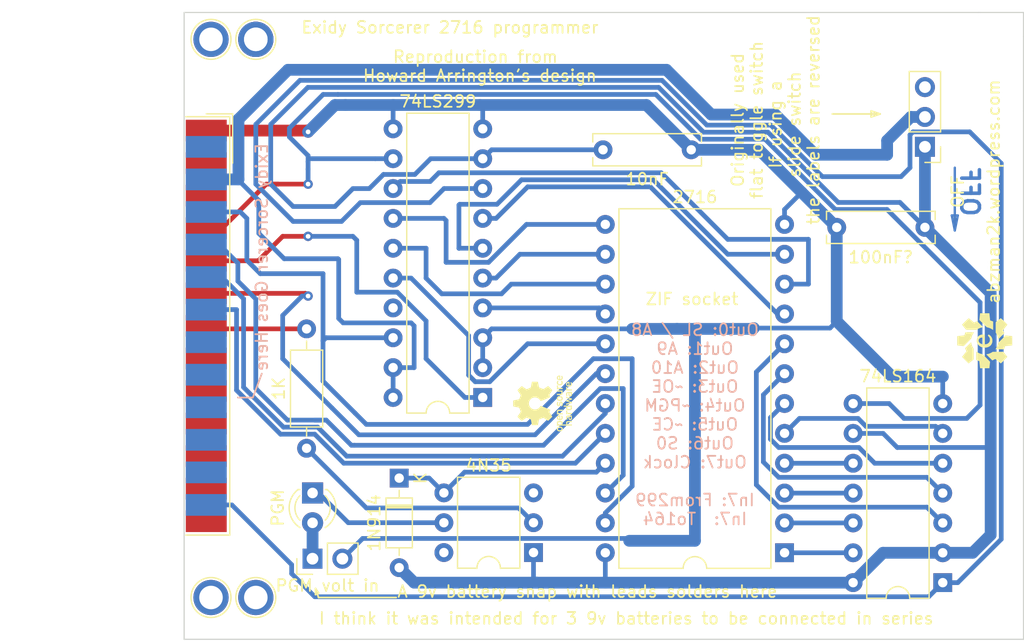
<source format=kicad_pcb>
(kicad_pcb (version 20221018) (generator pcbnew)
  (layers (0 "F.Cu" signal) (31 "B.Cu" signal) (34 "B.Paste" user) (35 "F.Paste" user) (36 "B.SilkS" user "B.Silkscreen") (37 "F.SilkS" user "F.Silkscreen") (38 "B.Mask" user) (39 "F.Mask" user) (44 "Edge.Cuts" user))
  (net 0 "")
  (net 1 "/switched power")
  (net 2 "GND")
  (net 3 "Net-(D1-Pad1)")
  (net 4 "+9V")
  (net 5 "/Vpp")
  (net 8 "/Out7")
  (net 9 "/Out6")
  (net 10 "/Out5")
  (net 11 "/Out4")
  (net 19 "VCC")
  (net 20 "/Out0")
  (net 21 "/Out1")
  (net 22 "/Out2")
  (net 23 "/Out3")
  (net 29 "/In7")
  (net 30 "Net-(R1-Pad2)")
  (net 31 "Net-(U1-Pad3)")
  (net 32 "Net-(U1-Pad10)")
  (net 33 "Net-(U1-Pad4)")
  (net 34 "Net-(U1-Pad11)")
  (net 35 "Net-(U1-Pad5)")
  (net 36 "Net-(U1-Pad12)")
  (net 37 "Net-(U1-Pad6)")
  (net 38 "Net-(U1-Pad13)")
  (net 39 "/D3")
  (net 40 "/D4")
  (net 41 "/D5")
  (net 42 "/D6")
  (net 43 "/D7")
  (net 44 "/D0")
  (net 45 "/D1")
  (net 46 "/D2")
  (footprint "Capacitor_THT:C_Rect_L9.0mm_W2.5mm_P7.50mm_MKT" (layer "F.Cu") (at 148.336 90.678 180)
    (fp_text reference "C1" hide)
    (fp_text value "100nF?" (at 3.75 -2.54) (layer "F.SilkS"))
    (pad "1" thru_hole circle (at 0 0 180) (size 1.6 1.6) (drill 0.8) (layers "*.Cu" "*.Mask") (net 1 "/switched power"))
    (pad "2" thru_hole circle (at 7.5 0 180) (size 1.6 1.6) (drill 0.8) (layers "*.Cu" "*.Mask") (net 2 "GND"))
  )
  (footprint "TestPoint:TestPoint_Plated_Hole_D2.0mm" (layer "F.Cu") (at 91.44 122.174)
    (fp_text reference "REF**" hide)
    (fp_text value "TestPoint_Plated_Hole_D2.0mm")
    (pad "1" thru_hole circle (at 0 0) (size 3 3) (drill 2) (layers "*.Cu" "*.Mask"))
  )
  (footprint "Package_DIP:DIP-20_W7.62mm" (layer "F.Cu") (at 110.734 105.151 180)
    (fp_text reference "U3" hide)
    (fp_text value "74LS299" (at 3.81 25.19) (layer "F.SilkS"))
    (pad "1" thru_hole rect (at 0 0 180) (size 1.6 1.6) (drill 0.8) (layers "*.Cu" "*.Mask") (net 9 "/Out6"))
    (pad "2" thru_hole oval (at 0 2.54 180) (size 1.6 1.6) (drill 0.8) (layers "*.Cu" "*.Mask") (net 2 "GND"))
    (pad "3" thru_hole oval (at 0 5.08 180) (size 1.6 1.6) (drill 0.8) (layers "*.Cu" "*.Mask") (net 2 "GND"))
    (pad "4" thru_hole oval (at 0 7.62 180) (size 1.6 1.6) (drill 0.8) (layers "*.Cu" "*.Mask") (net 42 "/D6"))
    (pad "5" thru_hole oval (at 0 10.16 180) (size 1.6 1.6) (drill 0.8) (layers "*.Cu" "*.Mask") (net 40 "/D4"))
    (pad "6" thru_hole oval (at 0 12.7 180) (size 1.6 1.6) (drill 0.8) (layers "*.Cu" "*.Mask") (net 46 "/D2"))
    (pad "7" thru_hole oval (at 0 15.24 180) (size 1.6 1.6) (drill 0.8) (layers "*.Cu" "*.Mask") (net 44 "/D0"))
    (pad "8" thru_hole oval (at 0 17.78 180) (size 1.6 1.6) (drill 0.8) (layers "*.Cu" "*.Mask") (net 29 "/In7"))
    (pad "9" thru_hole oval (at 0 20.32 180) (size 1.6 1.6) (drill 0.8) (layers "*.Cu" "*.Mask") (net 1 "/switched power"))
    (pad "10" thru_hole oval (at 0 22.86 180) (size 1.6 1.6) (drill 0.8) (layers "*.Cu" "*.Mask") (net 2 "GND"))
    (pad "11" thru_hole oval (at 7.62 22.86 180) (size 1.6 1.6) (drill 0.8) (layers "*.Cu" "*.Mask") (net 2 "GND"))
    (pad "12" thru_hole oval (at 7.62 20.32 180) (size 1.6 1.6) (drill 0.8) (layers "*.Cu" "*.Mask") (net 8 "/Out7"))
    (pad "13" thru_hole oval (at 7.62 17.78 180) (size 1.6 1.6) (drill 0.8) (layers "*.Cu" "*.Mask") (net 45 "/D1"))
    (pad "14" thru_hole oval (at 7.62 15.24 180) (size 1.6 1.6) (drill 0.8) (layers "*.Cu" "*.Mask") (net 39 "/D3"))
    (pad "15" thru_hole oval (at 7.62 12.7 180) (size 1.6 1.6) (drill 0.8) (layers "*.Cu" "*.Mask") (net 41 "/D5"))
    (pad "16" thru_hole oval (at 7.62 10.16 180) (size 1.6 1.6) (drill 0.8) (layers "*.Cu" "*.Mask") (net 43 "/D7"))
    (pad "17" thru_hole oval (at 7.62 7.62 180) (size 1.6 1.6) (drill 0.8) (layers "*.Cu" "*.Mask"))
    (pad "18" thru_hole oval (at 7.62 5.08 180) (size 1.6 1.6) (drill 0.8) (layers "*.Cu" "*.Mask") (net 20 "/Out0"))
    (pad "19" thru_hole oval (at 7.62 2.54 180) (size 1.6 1.6) (drill 0.8) (layers "*.Cu" "*.Mask") (net 19 "VCC"))
    (pad "20" thru_hole oval (at 7.62 0 180) (size 1.6 1.6) (drill 0.8) (layers "*.Cu" "*.Mask") (net 19 "VCC"))
  )
  (footprint "Package_DIP:DIP-6_W7.62mm" (layer "F.Cu") (at 115.052 118.349 180)
    (fp_text reference "U4" hide)
    (fp_text value "4N35" (at 3.81 7.41) (layer "F.SilkS"))
    (pad "1" thru_hole rect (at 0 0 180) (size 1.6 1.6) (drill 0.8) (layers "*.Cu" "*.Mask") (net 1 "/switched power"))
    (pad "2" thru_hole oval (at 0 2.54 180) (size 1.6 1.6) (drill 0.8) (layers "*.Cu" "*.Mask") (net 30 "Net-(R1-Pad2)"))
    (pad "3" thru_hole oval (at 0 5.08 180) (size 1.6 1.6) (drill 0.8) (layers "*.Cu" "*.Mask"))
    (pad "4" thru_hole oval (at 7.62 5.08 180) (size 1.6 1.6) (drill 0.8) (layers "*.Cu" "*.Mask") (net 5 "/Vpp"))
    (pad "5" thru_hole oval (at 7.62 2.54 180) (size 1.6 1.6) (drill 0.8) (layers "*.Cu" "*.Mask") (net 3 "Net-(D1-Pad1)"))
    (pad "6" thru_hole oval (at 7.62 0 180) (size 1.6 1.6) (drill 0.8) (layers "*.Cu" "*.Mask"))
  )
  (footprint "Resistor_THT:R_Axial_DIN0207_L6.3mm_D2.5mm_P10.16mm_Horizontal" (layer "F.Cu") (at 95.758 99.314 -90)
    (fp_text reference "R1" hide)
    (fp_text value "1K" (at 5.08 2.37 90) (layer "F.SilkS"))
    (pad "1" thru_hole circle (at 0 0 270) (size 1.6 1.6) (drill 0.8) (layers "*.Cu" "*.Mask") (net 11 "/Out4"))
    (pad "2" thru_hole oval (at 10.16 0 270) (size 1.6 1.6) (drill 0.8) (layers "*.Cu" "*.Mask") (net 30 "Net-(R1-Pad2)"))
  )
  (footprint "TestPoint:TestPoint_Plated_Hole_D2.0mm" (layer "F.Cu") (at 87.63 122.174)
    (fp_text reference "REF**" hide)
    (fp_text value "TestPoint_Plated_Hole_D2.0mm")
    (pad "1" thru_hole circle (at 0 0) (size 3 3) (drill 2) (layers "*.Cu" "*.Mask"))
  )
  (footprint "Connector_PinHeader_2.54mm:PinHeader_1x02_P2.54mm_Vertical" (layer "F.Cu") (at 96.261 118.872 90)
    (fp_text reference "J1" hide)
    (fp_text value "PGM volt in" (at -2.286 1.275 180) (layer "F.SilkS"))
    (pad "1" thru_hole rect (at 0 0 90) (size 1.7 1.7) (drill 1) (layers "*.Cu" "*.Mask") (net 4 "+9V"))
    (pad "2" thru_hole oval (at 0 2.54 90) (size 1.7 1.7) (drill 1) (layers "*.Cu" "*.Mask") (net 2 "GND"))
  )
  (footprint "" (layer "F.Cu") (at 91.44 74.676)
    (fp_text reference "" (at 0 0) (layer "F.SilkS") (effects (font (size 1.27 1.27))))
    (fp_text value "" (at 0 0) (layer "F.SilkS") (effects (font (size 1.27 1.27))))
    (pad "1" thru_hole circle (at 0 0) (size 3 3) (drill 2) (layers "*.Cu" "*.Mask"))
  )
  (footprint "Connector_Dsub:DSUB-25_Male_EdgeMount_P2.77mm" (layer "F.Cu") (at 87.2265 99.06 -90)
    (fp_text reference "J2" hide)
    (fp_text value "DB25_Male")
    (pad "1" smd rect (at -16.62 0 270) (size 1.846667 3.48) (layers "F.Cu" "F.Paste" "F.Mask") (net 2 "GND"))
    (pad "2" smd rect (at -13.85 0 270) (size 1.846667 3.48) (layers "F.Cu" "F.Paste" "F.Mask"))
    (pad "3" smd rect (at -11.08 0 270) (size 1.846667 3.48) (layers "F.Cu" "F.Paste" "F.Mask"))
    (pad "4" smd rect (at -8.31 0 270) (size 1.846667 3.48) (layers "F.Cu" "F.Paste" "F.Mask") (net 8 "/Out7"))
    (pad "5" smd rect (at -5.54 0 270) (size 1.846667 3.48) (layers "F.Cu" "F.Paste" "F.Mask") (net 9 "/Out6"))
    (pad "6" smd rect (at -2.77 0 270) (size 1.846667 3.48) (layers "F.Cu" "F.Paste" "F.Mask") (net 10 "/Out5"))
    (pad "7" smd rect (at 0 0 270) (size 1.846667 3.48) (layers "F.Cu" "F.Paste" "F.Mask") (net 11 "/Out4"))
    (pad "8" smd rect (at 2.77 0 270) (size 1.846667 3.48) (layers "F.Cu" "F.Paste" "F.Mask"))
    (pad "9" smd rect (at 5.54 0 270) (size 1.846667 3.48) (layers "F.Cu" "F.Paste" "F.Mask"))
    (pad "10" smd rect (at 8.31 0 270) (size 1.846667 3.48) (layers "F.Cu" "F.Paste" "F.Mask"))
    (pad "11" smd rect (at 11.08 0 270) (size 1.846667 3.48) (layers "F.Cu" "F.Paste" "F.Mask"))
    (pad "12" smd rect (at 13.85 0 270) (size 1.846667 3.48) (layers "F.Cu" "F.Paste" "F.Mask"))
    (pad "13" smd rect (at 16.62 0 270) (size 1.846667 3.48) (layers "F.Cu" "F.Paste" "F.Mask"))
    (pad "14" smd rect (at -15.235 0 270) (size 1.846667 3.48) (layers "B.Cu" "B.Paste" "B.Mask"))
    (pad "15" smd rect (at -12.465 0 270) (size 1.846667 3.48) (layers "B.Cu" "B.Paste" "B.Mask") (net 19 "VCC"))
    (pad "16" smd rect (at -9.695 0 270) (size 1.846667 3.48) (layers "B.Cu" "B.Paste" "B.Mask") (net 20 "/Out0"))
    (pad "17" smd rect (at -6.925 0 270) (size 1.846667 3.48) (layers "B.Cu" "B.Paste" "B.Mask") (net 21 "/Out1"))
    (pad "18" smd rect (at -4.155 0 270) (size 1.846667 3.48) (layers "B.Cu" "B.Paste" "B.Mask") (net 22 "/Out2"))
    (pad "19" smd rect (at -1.385 0 270) (size 1.846667 3.48) (layers "B.Cu" "B.Paste" "B.Mask") (net 23 "/Out3"))
    (pad "20" smd rect (at 1.385 0 270) (size 1.846667 3.48) (layers "B.Cu" "B.Paste" "B.Mask"))
    (pad "21" smd rect (at 4.155 0 270) (size 1.846667 3.48) (layers "B.Cu" "B.Paste" "B.Mask"))
    (pad "22" smd rect (at 6.925 0 270) (size 1.846667 3.48) (layers "B.Cu" "B.Paste" "B.Mask"))
    (pad "23" smd rect (at 9.695 0 270) (size 1.846667 3.48) (layers "B.Cu" "B.Paste" "B.Mask"))
    (pad "24" smd rect (at 12.465 0 270) (size 1.846667 3.48) (layers "B.Cu" "B.Paste" "B.Mask"))
    (pad "25" smd rect (at 15.235 0 270) (size 1.846667 3.48) (layers "B.Cu" "B.Paste" "B.Mask") (net 29 "/In7"))
  )
  (footprint "Package_DIP:DIP-14_W7.62mm" (layer "F.Cu") (at 149.85 120.909 180)
    (fp_text reference "U1" hide)
    (fp_text value "74LS164" (at 3.81 17.57) (layer "F.SilkS"))
    (pad "1" thru_hole rect (at 0 0 180) (size 1.6 1.6) (drill 0.8) (layers "*.Cu" "*.Mask") (net 29 "/In7"))
    (pad "2" thru_hole oval (at 0 2.54 180) (size 1.6 1.6) (drill 0.8) (layers "*.Cu" "*.Mask") (net 1 "/switched power"))
    (pad "3" thru_hole oval (at 0 5.08 180) (size 1.6 1.6) (drill 0.8) (layers "*.Cu" "*.Mask") (net 31 "Net-(U1-Pad3)"))
    (pad "4" thru_hole oval (at 0 7.62 180) (size 1.6 1.6) (drill 0.8) (layers "*.Cu" "*.Mask") (net 33 "Net-(U1-Pad4)"))
    (pad "5" thru_hole oval (at 0 10.16 180) (size 1.6 1.6) (drill 0.8) (layers "*.Cu" "*.Mask") (net 35 "Net-(U1-Pad5)"))
    (pad "6" thru_hole oval (at 0 12.7 180) (size 1.6 1.6) (drill 0.8) (layers "*.Cu" "*.Mask") (net 37 "Net-(U1-Pad6)"))
    (pad "7" thru_hole oval (at 0 15.24 180) (size 1.6 1.6) (drill 0.8) (layers "*.Cu" "*.Mask") (net 2 "GND"))
    (pad "8" thru_hole oval (at 7.62 15.24 180) (size 1.6 1.6) (drill 0.8) (layers "*.Cu" "*.Mask") (net 8 "/Out7"))
    (pad "9" thru_hole oval (at 7.62 12.7 180) (size 1.6 1.6) (drill 0.8) (layers "*.Cu" "*.Mask") (net 1 "/switched power"))
    (pad "10" thru_hole oval (at 7.62 10.16 180) (size 1.6 1.6) (drill 0.8) (layers "*.Cu" "*.Mask") (net 32 "Net-(U1-Pad10)"))
    (pad "11" thru_hole oval (at 7.62 7.62 180) (size 1.6 1.6) (drill 0.8) (layers "*.Cu" "*.Mask") (net 34 "Net-(U1-Pad11)"))
    (pad "12" thru_hole oval (at 7.62 5.08 180) (size 1.6 1.6) (drill 0.8) (layers "*.Cu" "*.Mask") (net 36 "Net-(U1-Pad12)"))
    (pad "13" thru_hole oval (at 7.62 2.54 180) (size 1.6 1.6) (drill 0.8) (layers "*.Cu" "*.Mask") (net 38 "Net-(U1-Pad13)"))
    (pad "14" thru_hole oval (at 7.62 0 180) (size 1.6 1.6) (drill 0.8) (layers "*.Cu" "*.Mask") (net 1 "/switched power"))
  )
  (footprint "Package_DIP:DIP-24_W15.24mm" (layer "F.Cu") (at 136.398 118.364 180)
    (fp_text reference "U2" hide)
    (fp_text value "2716" (at 7.62 30.27) (layer "F.SilkS"))
    (pad "1" thru_hole rect (at 0 0 180) (size 1.6 1.6) (drill 0.8) (layers "*.Cu" "*.Mask") (net 38 "Net-(U1-Pad13)"))
    (pad "2" thru_hole oval (at 0 2.54 180) (size 1.6 1.6) (drill 0.8) (layers "*.Cu" "*.Mask") (net 36 "Net-(U1-Pad12)"))
    (pad "3" thru_hole oval (at 0 5.08 180) (size 1.6 1.6) (drill 0.8) (layers "*.Cu" "*.Mask") (net 34 "Net-(U1-Pad11)"))
    (pad "4" thru_hole oval (at 0 7.62 180) (size 1.6 1.6) (drill 0.8) (layers "*.Cu" "*.Mask") (net 32 "Net-(U1-Pad10)"))
    (pad "5" thru_hole oval (at 0 10.16 180) (size 1.6 1.6) (drill 0.8) (layers "*.Cu" "*.Mask") (net 37 "Net-(U1-Pad6)"))
    (pad "6" thru_hole oval (at 0 12.7 180) (size 1.6 1.6) (drill 0.8) (layers "*.Cu" "*.Mask") (net 35 "Net-(U1-Pad5)"))
    (pad "7" thru_hole oval (at 0 15.24 180) (size 1.6 1.6) (drill 0.8) (layers "*.Cu" "*.Mask") (net 33 "Net-(U1-Pad4)"))
    (pad "8" thru_hole oval (at 0 17.78 180) (size 1.6 1.6) (drill 0.8) (layers "*.Cu" "*.Mask") (net 31 "Net-(U1-Pad3)"))
    (pad "9" thru_hole oval (at 0 20.32 180) (size 1.6 1.6) (drill 0.8) (layers "*.Cu" "*.Mask") (net 44 "/D0"))
    (pad "10" thru_hole oval (at 0 22.86 180) (size 1.6 1.6) (drill 0.8) (layers "*.Cu" "*.Mask") (net 45 "/D1"))
    (pad "11" thru_hole oval (at 0 25.4 180) (size 1.6 1.6) (drill 0.8) (layers "*.Cu" "*.Mask") (net 46 "/D2"))
    (pad "12" thru_hole oval (at 0 27.94 180) (size 1.6 1.6) (drill 0.8) (layers "*.Cu" "*.Mask") (net 2 "GND"))
    (pad "13" thru_hole oval (at 15.24 27.94 180) (size 1.6 1.6) (drill 0.8) (layers "*.Cu" "*.Mask") (net 39 "/D3"))
    (pad "14" thru_hole oval (at 15.24 25.4 180) (size 1.6 1.6) (drill 0.8) (layers "*.Cu" "*.Mask") (net 40 "/D4"))
    (pad "15" thru_hole oval (at 15.24 22.86 180) (size 1.6 1.6) (drill 0.8) (layers "*.Cu" "*.Mask") (net 41 "/D5"))
    (pad "16" thru_hole oval (at 15.24 20.32 180) (size 1.6 1.6) (drill 0.8) (layers "*.Cu" "*.Mask") (net 42 "/D6"))
    (pad "17" thru_hole oval (at 15.24 17.78 180) (size 1.6 1.6) (drill 0.8) (layers "*.Cu" "*.Mask") (net 43 "/D7"))
    (pad "18" thru_hole oval (at 15.24 15.24 180) (size 1.6 1.6) (drill 0.8) (layers "*.Cu" "*.Mask") (net 10 "/Out5"))
    (pad "19" thru_hole oval (at 15.24 12.7 180) (size 1.6 1.6) (drill 0.8) (layers "*.Cu" "*.Mask") (net 22 "/Out2"))
    (pad "20" thru_hole oval (at 15.24 10.16 180) (size 1.6 1.6) (drill 0.8) (layers "*.Cu" "*.Mask") (net 23 "/Out3"))
    (pad "21" thru_hole oval (at 15.24 7.62 180) (size 1.6 1.6) (drill 0.8) (layers "*.Cu" "*.Mask") (net 5 "/Vpp"))
    (pad "22" thru_hole oval (at 15.24 5.08 180) (size 1.6 1.6) (drill 0.8) (layers "*.Cu" "*.Mask") (net 21 "/Out1"))
    (pad "23" thru_hole oval (at 15.24 2.54 180) (size 1.6 1.6) (drill 0.8) (layers "*.Cu" "*.Mask") (net 20 "/Out0"))
    (pad "24" thru_hole oval (at 15.24 0 180) (size 1.6 1.6) (drill 0.8) (layers "*.Cu" "*.Mask") (net 1 "/switched power"))
  )
  (footprint "LED_THT:LED_D3.0mm" (layer "F.Cu") (at 96.266 113.279 -90)
    (fp_text reference "D1" hide)
    (fp_text value "PGM" (at 1.27 2.96 90) (layer "F.SilkS"))
    (pad "1" thru_hole rect (at 0 0 270) (size 1.8 1.8) (drill 0.9) (layers "*.Cu" "*.Mask") (net 3 "Net-(D1-Pad1)"))
    (pad "2" thru_hole circle (at 2.54 0 270) (size 1.8 1.8) (drill 0.9) (layers "*.Cu" "*.Mask") (net 4 "+9V"))
  )
  (footprint "Capacitor_THT:C_Rect_L9.0mm_W2.5mm_P7.50mm_MKT" (layer "F.Cu") (at 120.964 84.074)
    (fp_text reference "C2" hide)
    (fp_text value "10nF" (at 3.75 2.5) (layer "F.SilkS"))
    (pad "1" thru_hole circle (at 0 0) (size 1.6 1.6) (drill 0.8) (layers "*.Cu" "*.Mask") (net 1 "/switched power"))
    (pad "2" thru_hole circle (at 7.5 0) (size 1.6 1.6) (drill 0.8) (layers "*.Cu" "*.Mask") (net 2 "GND"))
  )
  (footprint "Evan's misc parts:Evan Logo" (layer "F.Cu") (at 153.416 100.33 90)
    (fp_text reference "G***" hide)
    (fp_text value "LOGO" hide)
  )
  (footprint "Diode_THT:D_DO-35_SOD27_P7.62mm_Horizontal" (layer "F.Cu") (at 103.632 112.014 -90)
    (fp_text reference "D2" hide)
    (fp_text value "1N914" (at 3.81 2.12 90) (layer "F.SilkS"))
    (fp_text user "K" (at 0 -1.8 90) (layer "F.SilkS"))
    (pad "1" thru_hole rect (at 0 0 270) (size 1.6 1.6) (drill 0.8) (layers "*.Cu" "*.Mask") (net 5 "/Vpp"))
    (pad "2" thru_hole oval (at 7.62 0 270) (size 1.6 1.6) (drill 0.8) (layers "*.Cu" "*.Mask") (net 1 "/switched power"))
  )
  (footprint "Connector_PinHeader_2.54mm:PinHeader_1x03_P2.54mm_Vertical" (layer "F.Cu") (at 148.336 83.82 180)
    (fp_text reference "SW1" hide)
    (fp_text value "SW_SPDT")
    (pad "1" thru_hole rect (at 0 0 180) (size 1.7 1.7) (drill 1) (layers "*.Cu" "*.Mask") (net 1 "/switched power"))
    (pad "2" thru_hole oval (at 0 2.54 180) (size 1.7 1.7) (drill 1) (layers "*.Cu" "*.Mask") (net 19 "VCC"))
    (pad "3" thru_hole oval (at 0 5.08 180) (size 1.7 1.7) (drill 1) (layers "*.Cu" "*.Mask"))
  )
  (footprint "TestPoint:TestPoint_Plated_Hole_D2.0mm" (layer "F.Cu") (at 87.63 74.676)
    (fp_text reference "REF**" hide)
    (fp_text value "TestPoint_Plated_Hole_D2.0mm")
    (pad "1" thru_hole circle (at 0 0) (size 3 3) (drill 2) (layers "*.Cu" "*.Mask"))
  )
  (footprint "Evan's misc parts:OSHW gear" (layer "F.Cu") (at 115.824 105.664 90)
    (fp_text reference "G***" hide)
    (fp_text value "LOGO" hide)
  )
  (footprint "TestPoint:TestPoint_Plated_Hole_D2.0mm" (layer "F.Cu") (at 91.44 74.676)
    (fp_text reference "REF**" hide)
    (fp_text value "TestPoint_Plated_Hole_D2.0mm")
    (pad "1" thru_hole circle (at 0 0) (size 3 3) (drill 2) (layers "*.Cu" "*.Mask"))
  )
  (gr_line (start 150.876 90.932) (end 150.622 89.662) (stroke (width 0.2)) (layer "B.Cu"))
  (gr_line (start 150.622 89.662) (end 151.13 89.662) (stroke (width 0.2)) (layer "B.Cu"))
  (gr_line (start 151.13 89.662) (end 150.876 90.932) (stroke (width 0.2)) (layer "B.Cu"))
  (gr_line (start 150.876 85.598) (end 150.876 90.932) (stroke (width 0.2)) (layer "B.Cu"))
  (gr_line (start 91.186 105.156) (end 89.916 105.156) (stroke (width 0.15)) (layer "B.SilkS"))
  (gr_line (start 91.948 103.124) (end 91.186 105.156) (stroke (width 0.15)) (layer "B.SilkS"))
  (gr_line (start 143.764 80.772) (end 143.764 81.28) (stroke (width 0.15)) (layer "F.SilkS"))
  (gr_line (start 103.378 122.174) (end 96.774 122.174) (stroke (width 0.15)) (layer "F.SilkS"))
  (gr_line (start 96.52 121.92) (end 96.774 121.793) (stroke (width 0.15)) (layer "F.SilkS"))
  (gr_line (start 140.462 81.026) (end 144.526 81.026) (stroke (width 0.15)) (layer "F.SilkS"))
  (gr_line (start 96.52 121.412) (end 96.52 121.92) (stroke (width 0.15)) (layer "F.SilkS"))
  (gr_line (start 96.774 122.174) (end 96.52 121.412) (stroke (width 0.15)) (layer "F.SilkS"))
  (gr_line (start 96.774 121.793) (end 96.52 121.412) (stroke (width 0.15)) (layer "F.SilkS"))
  (gr_line (start 143.764 81.28) (end 144.526 81.026) (stroke (width 0.15)) (layer "F.SilkS"))
  (gr_line (start 144.526 81.026) (end 143.764 80.772) (stroke (width 0.15)) (layer "F.SilkS"))
  (gr_line (start 85.344 72.39) (end 152.908 72.39) (stroke (width 0.1)) (layer "Edge.Cuts"))
  (gr_line (start 156.718 80.772) (end 156.718 74.422) (stroke (width 0.1)) (layer "Edge.Cuts"))
  (gr_line (start 85.344 125.73) (end 156.718 125.73) (stroke (width 0.1)) (layer "Edge.Cuts"))
  (gr_line (start 156.718 125.73) (end 156.718 80.772) (stroke (width 0.1)) (layer "Edge.Cuts"))
  (gr_line (start 152.908 72.39) (end 156.718 72.39) (stroke (width 0.1)) (layer "Edge.Cuts"))
  (gr_line (start 156.718 72.39) (end 156.718 74.422) (stroke (width 0.1)) (layer "Edge.Cuts"))
  (gr_line (start 85.344 72.39) (end 85.344 125.73) (stroke (width 0.1)) (layer "Edge.Cuts"))
  (gr_text "OFF" (at 152.146 87.63 270) (layer "B.Cu") (effects (font (size 1.5 1.5) (thickness 0.3)) (justify mirror)))
  (gr_text "Out0: SL / A8\nOut1: A9\nOut2: A10\nOut3: ~OE\nOut4: ~PGM\nOut5: ~CE\nOut6: S0\nOut7: Clock\n\nIn7: From299\nIn7:  To164" (at 128.778 107.442) (layer "B.SilkS") (effects (font (size 1 1)) (justify mirror)))
  (gr_text "Exidy Sorcerer Goes Here" (at 91.948 93.218 90) (layer "B.SilkS") (effects (font (size 1 1)) (justify mirror)))
  (gr_text "Reproduction from \nHoward Arrington's design" (at 110.49 76.962) (layer "F.SilkS") (effects (font (size 1 1))))
  (gr_text "Originally used\nflat toggle switch\nIf using a \nslide switch \nthe labels are reversed" (at 135.636 81.534 90) (layer "F.SilkS") (effects (font (size 1 1))))
  (gr_text "OFF" (at 151.13 87.63 90) (layer "F.SilkS") (effects (font (size 1 1))))
  (gr_text "A 9v battery snap with leads solders here" (at 119.634 121.666) (layer "F.SilkS") (effects (font (size 1 1))))
  (gr_text "I think it was intended for 3 9v batteries to be connected in series" (at 122.936 123.952) (layer "F.SilkS") (effects (font (size 1 1))))
  (gr_text "ZIF socket" (at 128.524 96.774) (layer "F.SilkS") (effects (font (size 1 1))))
  (gr_text "Exidy Sorcerer 2716 programmer" (at 107.95 73.66) (layer "F.SilkS") (effects (font (size 1 1))))
  (gr_text "abzman2k.wordpress.com" (at 154.178 87.63 90) (layer "F.SilkS") (effects (font (size 1 1))))
  (segment (start 140.96433 88.55448) (end 134.98481 82.57496) (width 0.4) (layer "B.Cu") (net 1))
  (segment (start 102.296511 86.171489) (end 104.967489 86.171489) (width 0.4) (layer "B.Cu") (net 1))
  (segment (start 152.395 118.369) (end 153.924 116.84) (width 1) (layer "B.Cu") (net 1))
  (segment (start 153.924 109.474) (end 153.924 96.266) (width 1) (layer "B.Cu") (net 1))
  (segment (start 142.23 120.909) (end 121.163 120.909) (width 1) (layer "B.Cu") (net 1))
  (segment (start 98.171 88.9) (end 99.695 87.376) (width 0.4) (layer "B.Cu") (net 1))
  (segment (start 148.336 90.678) (end 146.21248 88.55448) (width 0.4) (layer "B.Cu") (net 1))
  (segment (start 95.86004 78.76496) (end 92.71 81.915) (width 0.4) (layer "B.Cu") (net 1))
  (segment (start 104.967489 86.171489) (end 106.307978 84.831) (width 0.4) (layer "B.Cu") (net 1))
  (segment (start 115.311 120.909) (end 104.907 120.909) (width 1) (layer "B.Cu") (net 1))
  (segment (start 121.158 118.364) (end 121.158 120.904) (width 0.4) (layer "B.Cu") (net 1))
  (segment (start 94.615 88.9) (end 98.171 88.9) (width 0.4) (layer "B.Cu") (net 1))
  (segment (start 101.092 87.376) (end 102.296511 86.171489) (width 0.4) (layer "B.Cu") (net 1))
  (segment (start 149.85 118.369) (end 152.395 118.369) (width 1) (layer "B.Cu") (net 1))
  (segment (start 106.307978 84.831) (end 110.734 84.831) (width 0.4) (layer "B.Cu") (net 1))
  (segment (start 134.98481 82.57496) (end 129.509176 82.57496) (width 0.4) (layer "B.Cu") (net 1))
  (segment (start 144.785 108.209) (end 145.984511 109.408511) (width 0.4) (layer "B.Cu") (net 1))
  (segment (start 120.964 84.074) (end 111.491 84.074) (width 0.4) (layer "B.Cu") (net 1))
  (segment (start 115.052 120.65) (end 115.311 120.909) (width 0.4) (layer "B.Cu") (net 1))
  (segment (start 153.924 116.84) (end 153.924 109.474) (width 1) (layer "B.Cu") (net 1))
  (segment (start 129.509176 82.57496) (end 125.699176 78.76496) (width 0.4) (layer "B.Cu") (net 1))
  (segment (start 121.158 120.904) (end 121.163 120.909) (width 0.4) (layer "B.Cu") (net 1))
  (segment (start 144.77 118.369) (end 142.23 120.909) (width 1) (layer "B.Cu") (net 1))
  (segment (start 153.924 96.266) (end 148.336 90.678) (width 1) (layer "B.Cu") (net 1))
  (segment (start 125.699176 78.76496) (end 95.86004 78.76496) (width 0.4) (layer "B.Cu") (net 1))
  (segment (start 115.052 118.349) (end 115.052 120.65) (width 0.4) (layer "B.Cu") (net 1))
  (segment (start 99.695 87.376) (end 101.092 87.376) (width 0.4) (layer "B.Cu") (net 1))
  (segment (start 145.984511 109.408511) (end 153.858511 109.408511) (width 0.4) (layer "B.Cu") (net 1))
  (segment (start 149.85 118.369) (end 144.77 118.369) (width 1) (layer "B.Cu") (net 1))
  (segment (start 146.21248 88.55448) (end 140.96433 88.55448) (width 0.4) (layer "B.Cu") (net 1))
  (segment (start 148.336 90.678) (end 148.336 83.82) (width 1) (layer "B.Cu") (net 1))
  (segment (start 104.907 120.909) (end 103.632 119.634) (width 1) (layer "B.Cu") (net 1))
  (segment (start 111.491 84.074) (end 110.734 84.831) (width 0.4) (layer "B.Cu") (net 1))
  (segment (start 121.163 120.909) (end 115.311 120.909) (width 1) (layer "B.Cu") (net 1))
  (segment (start 142.23 108.209) (end 144.785 108.209) (width 0.4) (layer "B.Cu") (net 1))
  (segment (start 153.858511 109.408511) (end 153.924 109.474) (width 0.4) (layer "B.Cu") (net 1))
  (segment (start 92.71 81.915) (end 92.71 86.995) (width 0.4) (layer "B.Cu") (net 1))
  (segment (start 92.71 86.995) (end 94.615 88.9) (width 0.4) (layer "B.Cu") (net 1))
  (segment (start 87.2265 82.44) (end 95.775 82.44) (width 1) (layer "F.Cu") (net 2))
  (segment (start 95.775 82.44) (end 95.885 82.55) (width 1) (layer "F.Cu") (net 2))
  (via (at 95.885 82.55) (size 0.8) (drill 0.4) (layers "F.Cu" "B.Cu") (net 2))
  (segment (start 140.836 90.678) (end 137.855 87.697) (width 1) (layer "B.Cu") (net 2))
  (segment (start 123.444 99.314) (end 111.491 99.314) (width 0.4) (layer "B.Cu") (net 2))
  (segment (start 103.114 80.274) (end 103.124 80.264) (width 0.4) (layer "B.Cu") (net 2))
  (segment (start 140.836 98.672) (end 140.836 90.678) (width 1) (layer "B.Cu") (net 2))
  (segment (start 111.491 99.314) (end 110.734 100.071) (width 0.4) (layer "B.Cu") (net 2))
  (segment (start 128.778 117.348) (end 123.19 117.348) (width 1) (layer "B.Cu") (net 2))
  (segment (start 99.06 80.264) (end 98.171 80.264) (width 1) (layer "B.Cu") (net 2))
  (segment (start 128.778 99.314) (end 127.254 99.314) (width 1) (layer "B.Cu") (net 2))
  (segment (start 122.991489 117.149489) (end 100.523511 117.149489) (width 0.4) (layer "B.Cu") (net 2))
  (segment (start 127.254 99.314) (end 123.444 99.314) (width 1) (layer "B.Cu") (net 2))
  (segment (start 149.85 105.669) (end 149.85 103.388) (width 0.4) (layer "B.Cu") (net 2))
  (segment (start 100.523511 117.149489) (end 98.801 118.872) (width 0.4) (layer "B.Cu") (net 2))
  (segment (start 103.114 82.291) (end 103.114 80.274) (width 0.4) (layer "B.Cu") (net 2))
  (segment (start 140.836 98.672) (end 140.264489 99.243511) (width 0.4) (layer "B.Cu") (net 2))
  (segment (start 136.398 89.154) (end 137.855 87.697) (width 0.4) (layer "B.Cu") (net 2))
  (segment (start 133.717022 99.314) (end 128.778 99.314) (width 1) (layer "B.Cu") (net 2))
  (segment (start 110.734 80.508) (end 110.49 80.264) (width 0.4) (layer "B.Cu") (net 2))
  (segment (start 110.49 80.264) (end 103.124 80.264) (width 1) (layer "B.Cu") (net 2))
  (segment (start 145.542 103.378) (end 149.86 103.378) (width 1) (layer "B.Cu") (net 2))
  (segment (start 98.171 80.264) (end 95.885 82.55) (width 1) (layer "B.Cu") (net 2))
  (segment (start 123.19 117.348) (end 122.991489 117.149489) (width 0.4) (layer "B.Cu") (net 2))
  (segment (start 137.855 87.697) (end 134.232 84.074) (width 1) (layer "B.Cu") (net 2))
  (segment (start 110.734 100.071) (end 110.734 102.611) (width 0.4) (layer "B.Cu") (net 2))
  (segment (start 136.398 90.424) (end 136.398 89.154) (width 0.4) (layer "B.Cu") (net 2))
  (segment (start 128.464 84.074) (end 124.654 80.264) (width 1) (layer "B.Cu") (net 2))
  (segment (start 149.85 103.388) (end 149.86 103.378) (width 0.4) (layer "B.Cu") (net 2))
  (segment (start 140.836 98.672) (end 145.542 103.378) (width 1) (layer "B.Cu") (net 2))
  (segment (start 133.787511 99.243511) (end 133.717022 99.314) (width 1) (layer "B.Cu") (net 2))
  (segment (start 140.264489 99.243511) (end 133.787511 99.243511) (width 0.4) (layer "B.Cu") (net 2))
  (segment (start 103.124 80.264) (end 99.06 80.264) (width 1) (layer "B.Cu") (net 2))
  (segment (start 124.654 80.264) (end 110.49 80.264) (width 1) (layer "B.Cu") (net 2))
  (segment (start 128.778 99.314) (end 128.778 117.348) (width 1) (layer "B.Cu") (net 2))
  (segment (start 134.232 84.074) (end 128.464 84.074) (width 1) (layer "B.Cu") (net 2))
  (segment (start 110.734 82.291) (end 110.734 80.508) (width 0.4) (layer "B.Cu") (net 2))
  (segment (start 96.769 113.279) (end 99.299 115.809) (width 0.4) (layer "B.Cu") (net 3))
  (segment (start 99.299 115.809) (end 107.432 115.809) (width 0.4) (layer "B.Cu") (net 3))
  (segment (start 96.266 113.279) (end 96.769 113.279) (width 0.4) (layer "B.Cu") (net 3))
  (segment (start 96.266 118.867) (end 96.261 118.872) (width 1) (layer "B.Cu") (net 4))
  (segment (start 96.266 115.819) (end 96.266 118.867) (width 1) (layer "B.Cu") (net 4))
  (segment (start 109.195 111.506) (end 120.396 111.506) (width 0.4) (layer "B.Cu") (net 5))
  (segment (start 120.396 111.506) (end 121.158 110.744) (width 0.4) (layer "B.Cu") (net 5))
  (segment (start 106.177 112.014) (end 107.432 113.269) (width 0.4) (layer "B.Cu") (net 5))
  (segment (start 107.432 113.269) (end 109.195 111.506) (width 0.4) (layer "B.Cu") (net 5))
  (segment (start 103.632 112.014) (end 106.177 112.014) (width 0.4) (layer "B.Cu") (net 5))
  (segment (start 95.885 86.995) (end 93.345 86.995) (width 0.4) (layer "F.Cu") (net 8))
  (segment (start 92.329 86.995) (end 91.8845 87.4395) (width 0.4) (layer "F.Cu") (net 8))
  (segment (start 91.8845 87.4395) (end 88.574 90.75) (width 0.4) (layer "F.Cu") (net 8))
  (segment (start 93.345 86.995) (end 92.329 86.995) (width 0.4) (layer "F.Cu") (net 8))
  (segment (start 88.574 90.75) (end 87.2265 90.75) (width 0.4) (layer "F.Cu") (net 8))
  (segment (start 93.345 86.995) (end 92.71 86.995) (width 0.4) (layer "F.Cu") (net 8))
  (via (at 95.885 86.995) (size 0.8) (drill 0.4) (layers "F.Cu" "B.Cu") (net 8))
  (segment (start 95.8265 84.5135) (end 94.2975 82.9845) (width 0.4) (layer "B.Cu") (net 8))
  (segment (start 151.892 106.934) (end 146.558 106.934) (width 0.4) (layer "B.Cu") (net 8))
  (segment (start 146.558 106.934) (end 145.293 105.669) (width 0.4) (layer "B.Cu") (net 8))
  (segment (start 97.16552 79.36448) (end 94.2975 82.2325) (width 0.4) (layer "B.Cu") (net 8))
  (segment (start 96.144 84.831) (end 101.6 84.831) (width 0.4) (layer "B.Cu") (net 8))
  (segment (start 140.716 89.154) (end 145.115634 89.154) (width 0.4) (layer "B.Cu") (net 8))
  (segment (start 95.885 85.09) (end 95.885 84.572) (width 0.4) (layer "B.Cu") (net 8))
  (segment (start 95.885 86.995) (end 95.885 85.725) (width 0.4) (layer "B.Cu") (net 8))
  (segment (start 98.425 79.36448) (end 97.16552 79.36448) (width 0.4) (layer "B.Cu") (net 8))
  (segment (start 95.885 84.572) (end 95.8265 84.5135) (width 0.4) (layer "B.Cu") (net 8))
  (segment (start 145.115634 89.154) (end 153.02448 97.062846) (width 0.4) (layer "B.Cu") (net 8))
  (segment (start 145.293 105.669) (end 142.23 105.669) (width 0.4) (layer "B.Cu") (net 8))
  (segment (start 129.260846 83.17448) (end 134.73648 83.17448) (width 0.4) (layer "B.Cu") (net 8))
  (segment (start 98.425 79.36448) (end 125.450846 79.36448) (width 0.4) (layer "B.Cu") (net 8))
  (segment (start 153.02448 97.062846) (end 153.02448 105.80152) (width 0.4) (layer "B.Cu") (net 8))
  (segment (start 153.02448 105.80152) (end 151.892 106.934) (width 0.4) (layer "B.Cu") (net 8))
  (segment (start 95.885 85.725) (end 95.885 85.09) (width 0.4) (layer "B.Cu") (net 8))
  (segment (start 134.73648 83.17448) (end 140.716 89.154) (width 0.4) (layer "B.Cu") (net 8))
  (segment (start 94.2975 82.9845) (end 94.2975 82.2325) (width 0.4) (layer "B.Cu") (net 8))
  (segment (start 125.450846 79.36448) (end 129.260846 83.17448) (width 0.4) (layer "B.Cu") (net 8))
  (segment (start 101.6 84.831) (end 103.114 84.831) (width 0.4) (layer "B.Cu") (net 8))
  (segment (start 87.2265 93.52) (end 91.646 93.52) (width 0.4) (layer "F.Cu") (net 9))
  (segment (start 93.726 91.44) (end 95.885 91.44) (width 0.4) (layer "F.Cu") (net 9))
  (segment (start 91.646 93.52) (end 93.726 91.44) (width 0.4) (layer "F.Cu") (net 9))
  (via (at 95.885 91.44) (size 0.8) (drill 0.4) (layers "F.Cu" "B.Cu") (net 9))
  (segment (start 103.469877 96.190511) (end 100.024489 96.190511) (width 0.4) (layer "B.Cu") (net 9))
  (segment (start 110.734 105.151) (end 109.215 105.151) (width 0.4) (layer "B.Cu") (net 9))
  (segment (start 100.024489 96.190511) (end 100.024489 91.769489) (width 0.4) (layer "B.Cu") (net 9))
  (segment (start 105.918 101.854) (end 105.918 98.638634) (width 0.4) (layer "B.Cu") (net 9))
  (segment (start 100.024489 91.769489) (end 99.695 91.44) (width 0.4) (layer "B.Cu") (net 9))
  (segment (start 105.918 98.638634) (end 103.469877 96.190511) (width 0.4) (layer "B.Cu") (net 9))
  (segment (start 109.215 105.151) (end 105.918 101.854) (width 0.4) (layer "B.Cu") (net 9))
  (segment (start 99.695 91.44) (end 95.885 91.44) (width 0.4) (layer "B.Cu") (net 9))
  (segment (start 87.2265 96.29) (end 95.655 96.29) (width 0.4) (layer "F.Cu") (net 10))
  (segment (start 95.655 96.29) (end 95.885 96.52) (width 0.4) (layer "F.Cu") (net 10))
  (via (at 95.885 96.52) (size 0.8) (drill 0.4) (layers "F.Cu" "B.Cu") (net 10))
  (segment (start 93.726 101.854) (end 93.726 98.171) (width 0.4) (layer "B.Cu") (net 10))
  (segment (start 97.917 106.045) (end 93.726 101.854) (width 0.4) (layer "B.Cu") (net 10))
  (segment (start 100.203 108.331) (end 97.917 106.045) (width 0.4) (layer "B.Cu") (net 10))
  (segment (start 93.726 98.171) (end 95.377 96.52) (width 0.4) (layer "B.Cu") (net 10))
  (segment (start 95.377 96.52) (end 95.885 96.52) (width 0.4) (layer "B.Cu") (net 10))
  (segment (start 120.396 103.124) (end 115.189 108.331) (width 0.4) (layer "B.Cu") (net 10))
  (segment (start 115.189 108.331) (end 100.203 108.331) (width 0.4) (layer "B.Cu") (net 10))
  (segment (start 121.158 103.124) (end 120.396 103.124) (width 0.4) (layer "B.Cu") (net 10))
  (segment (start 87.4805 99.314) (end 87.2265 99.06) (width 0.4) (layer "F.Cu") (net 11))
  (segment (start 95.758 99.314) (end 87.4805 99.314) (width 0.4) (layer "F.Cu") (net 11))
  (segment (start 98.8695 98.806) (end 98.4885 98.425) (width 0.4) (layer "B.Cu") (net 19))
  (segment (start 139.024907 84.495093) (end 145.120907 84.495093) (width 1) (layer "B.Cu") (net 19))
  (segment (start 148.336 81.28) (end 147.133919 81.28) (width 1) (layer "B.Cu") (net 19))
  (segment (start 98.4885 93.4085) (end 98.425 93.345) (width 0.4) (layer "B.Cu") (net 19))
  (segment (start 103.114 102.611) (end 104.897 102.611) (width 0.4) (layer "B.Cu") (net 19))
  (segment (start 130.166594 81.07592) (end 135.605734 81.07592) (width 1) (layer "B.Cu") (net 19))
  (segment (start 89.9665 81.481386) (end 94.181966 77.26592) (width 1) (layer "B.Cu") (net 19))
  (segment (start 126.356593 77.26592) (end 130.166594 81.07592) (width 1) (layer "B.Cu") (net 19))
  (segment (start 135.605734 81.07592) (end 139.024907 84.495093) (width 1) (layer "B.Cu") (net 19))
  (segment (start 104.897 102.611) (end 104.902 102.606) (width 0.4) (layer "B.Cu") (net 19))
  (segment (start 89.897 86.595) (end 87.2265 86.595) (width 0.4) (layer "B.Cu") (net 19))
  (segment (start 104.648 98.806) (end 98.8695 98.806) (width 0.4) (layer "B.Cu") (net 19))
  (segment (start 147.133919 81.28) (end 145.120907 83.293012) (width 1) (layer "B.Cu") (net 19))
  (segment (start 91.694 88.392) (end 89.897 86.595) (width 0.4) (layer "B.Cu") (net 19))
  (segment (start 104.902 102.606) (end 104.902 99.06) (width 0.4) (layer "B.Cu") (net 19))
  (segment (start 91.694 91.186) (end 91.694 88.392) (width 0.4) (layer "B.Cu") (net 19))
  (segment (start 94.181966 77.26592) (end 126.356593 77.26592) (width 1) (layer "B.Cu") (net 19))
  (segment (start 104.902 99.06) (end 104.648 98.806) (width 0.4) (layer "B.Cu") (net 19))
  (segment (start 103.114 105.151) (end 103.114 102.611) (width 0.4) (layer "B.Cu") (net 19))
  (segment (start 98.4885 98.425) (end 98.4885 93.4085) (width 0.4) (layer "B.Cu") (net 19))
  (segment (start 87.2265 86.595) (end 89.9665 86.595) (width 1) (layer "B.Cu") (net 19))
  (segment (start 93.853 93.345) (end 91.694 91.186) (width 0.4) (layer "B.Cu") (net 19))
  (segment (start 98.425 93.345) (end 93.853 93.345) (width 0.4) (layer "B.Cu") (net 19))
  (segment (start 89.9665 86.595) (end 89.9665 81.481386) (width 1) (layer "B.Cu") (net 19))
  (segment (start 145.120907 83.293012) (end 145.120907 84.495093) (width 1) (layer "B.Cu") (net 19))
  (segment (start 99.8855 106.4895) (end 97.155 103.759) (width 0.4) (layer "B.Cu") (net 20))
  (segment (start 97.155 100.33) (end 97.414 100.071) (width 0.4) (layer "B.Cu") (net 20))
  (segment (start 123.444 112.694366) (end 123.444 101.854) (width 0.4) (layer "B.Cu") (net 20))
  (segment (start 97.155 103.759) (end 97.155 100.33) (width 0.4) (layer "B.Cu") (net 20))
  (segment (start 100.838 107.442) (end 99.8855 106.4895) (width 0.4) (layer "B.Cu") (net 20))
  (segment (start 121.158 115.824) (end 121.158 114.980366) (width 0.4) (layer "B.Cu") (net 20))
  (segment (start 97.155 100.33) (end 97.155 94.615) (width 0.4) (layer "B.Cu") (net 20))
  (segment (start 90.127 89.365) (end 87.2265 89.365) (width 0.4) (layer "B.Cu") (net 20))
  (segment (start 90.678 93.472) (end 90.678 89.916) (width 0.4) (layer "B.Cu") (net 20))
  (segment (start 120.142 101.854) (end 114.554 107.442) (width 0.4) (layer "B.Cu") (net 20))
  (segment (start 121.158 114.980366) (end 123.444 112.694366) (width 0.4) (layer "B.Cu") (net 20))
  (segment (start 97.414 100.071) (end 103.114 100.071) (width 0.4) (layer "B.Cu") (net 20))
  (segment (start 123.444 101.854) (end 120.142 101.854) (width 0.4) (layer "B.Cu") (net 20))
  (segment (start 90.678 89.916) (end 90.127 89.365) (width 0.4) (layer "B.Cu") (net 20))
  (segment (start 114.554 107.442) (end 100.838 107.442) (width 0.4) (layer "B.Cu") (net 20))
  (segment (start 91.821 94.615) (end 90.678 93.472) (width 0.4) (layer "B.Cu") (net 20))
  (segment (start 97.155 94.615) (end 91.821 94.615) (width 0.4) (layer "B.Cu") (net 20))
  (segment (start 120.731634 104.394) (end 115.905634 109.22) (width 0.4) (layer "B.Cu") (net 21))
  (segment (start 115.905634 109.22) (end 99.822 109.22) (width 0.4) (layer "B.Cu") (net 21))
  (segment (start 122.682 104.394) (end 120.731634 104.394) (width 0.4) (layer "B.Cu") (net 21))
  (segment (start 122.682 111.76) (end 122.682 104.394) (width 0.4) (layer "B.Cu") (net 21))
  (segment (start 94.121449 107.075449) (end 91.44 104.394) (width 0.4) (layer "B.Cu") (net 21))
  (segment (start 99.822 109.22) (end 99.568 109.22) (width 0.4) (layer "B.Cu") (net 21))
  (segment (start 89.916 93.726) (end 88.325 92.135) (width 0.4) (layer "B.Cu") (net 21))
  (segment (start 97.423449 107.075449) (end 96.449511 107.075449) (width 0.4) (layer "B.Cu") (net 21))
  (segment (start 89.916 95.25) (end 89.916 93.726) (width 0.4) (layer "B.Cu") (net 21))
  (segment (start 91.44 104.394) (end 91.44 96.774) (width 0.4) (layer "B.Cu") (net 21))
  (segment (start 91.44 96.774) (end 89.916 95.25) (width 0.4) (layer "B.Cu") (net 21))
  (segment (start 96.946171 107.075449) (end 94.121449 107.075449) (width 0.4) (layer "B.Cu") (net 21))
  (segment (start 121.158 113.284) (end 122.682 111.76) (width 0.4) (layer "B.Cu") (net 21))
  (segment (start 88.325 92.135) (end 87.2265 92.135) (width 0.4) (layer "B.Cu") (net 21))
  (segment (start 99.568 109.22) (end 97.423449 107.075449) (width 0.4) (layer "B.Cu") (net 21))
  (segment (start 90.40052 104.28467) (end 90.40052 96.75052) (width 0.4) (layer "B.Cu") (net 22))
  (segment (start 121.158 105.664) (end 121.158 106.507634) (width 0.4) (layer "B.Cu") (net 22))
  (segment (start 121.158 106.507634) (end 117.521154 110.14448) (width 0.4) (layer "B.Cu") (net 22))
  (segment (start 99.167352 110.14448) (end 96.697841 107.674969) (width 0.4) (layer "B.Cu") (net 22))
  (segment (start 93.790819 107.674969) (end 90.40052 104.28467) (width 0.4) (layer "B.Cu") (net 22))
  (segment (start 117.521154 110.14448) (end 99.167352 110.14448) (width 0.4) (layer "B.Cu") (net 22))
  (segment (start 90.40052 96.75052) (end 88.9 95.25) (width 0.4) (layer "B.Cu") (net 22))
  (segment (start 96.697841 107.674969) (end 93.790819 107.674969) (width 0.4) (layer "B.Cu") (net 22))
  (segment (start 87.2265 97.675) (end 89.801 97.675) (width 0.4) (layer "B.Cu") (net 23))
  (segment (start 118.618 110.744) (end 121.158 108.204) (width 0.4) (layer "B.Cu") (net 23))
  (segment (start 89.801 97.675) (end 89.801 104.533) (width 0.4) (layer "B.Cu") (net 23))
  (segment (start 96.449511 108.274489) (end 98.919022 110.744) (width 0.4) (layer "B.Cu") (net 23))
  (segment (start 89.801 104.533) (end 93.542489 108.274489) (width 0.4) (layer "B.Cu") (net 23))
  (segment (start 93.542489 108.274489) (end 96.449511 108.274489) (width 0.4) (layer "B.Cu") (net 23))
  (segment (start 98.919022 110.744) (end 118.618 110.744) (width 0.4) (layer "B.Cu") (net 23))
  (segment (start 94.615 90.17) (end 98.730511 90.17) (width 0.4) (layer "B.Cu") (net 29))
  (segment (start 151.127113 120.909) (end 154.82352 117.212593) (width 0.4) (layer "B.Cu") (net 29))
  (segment (start 139.6177 86.36) (end 135.23314 81.97544) (width 0.4) (layer "B.Cu") (net 29))
  (segment (start 146.304 86.36) (end 139.6177 86.36) (width 0.4) (layer "B.Cu") (net 29))
  (segment (start 147.066 82.804) (end 147.066 85.598) (width 0.4) (layer "B.Cu") (net 29))
  (segment (start 148.650489 122.108511) (end 149.85 120.909) (width 0.4) (layer "B.Cu") (net 29))
  (segment (start 91.44 86.995) (end 94.615 90.17) (width 0.4) (layer "B.Cu") (net 29))
  (segment (start 106.247489 88.570511) (end 107.447 87.371) (width 0.4) (layer "B.Cu") (net 29))
  (segment (start 154.82352 117.212593) (end 154.82352 85.22752) (width 0.4) (layer "B.Cu") (net 29))
  (segment (start 154.82352 85.22752) (end 152.146 82.55) (width 0.4) (layer "B.Cu") (net 29))
  (segment (start 147.066 85.598) (end 146.304 86.36) (width 0.4) (layer "B.Cu") (net 29))
  (segment (start 94.488 120.142) (end 96.454511 122.108511) (width 0.4) (layer "B.Cu") (net 29))
  (segment (start 98.730511 90.17) (end 100.33 88.570511) (width 0.4) (layer "B.Cu") (net 29))
  (segment (start 96.454511 122.108511) (end 148.650489 122.108511) (width 0.4) (layer "B.Cu") (net 29))
  (segment (start 152.146 82.55) (end 147.32 82.55) (width 0.4) (layer "B.Cu") (net 29))
  (segment (start 129.794 81.97544) (end 125.984 78.16544) (width 0.4) (layer "B.Cu") (net 29))
  (segment (start 135.23314 81.97544) (end 129.794 81.97544) (width 0.4) (layer "B.Cu") (net 29))
  (segment (start 89.403 114.295) (end 94.488 119.38) (width 0.4) (layer "B.Cu") (net 29))
  (segment (start 95.18956 78.16544) (end 91.44 81.915) (width 0.4) (layer "B.Cu") (net 29))
  (segment (start 91.44 81.915) (end 91.44 86.995) (width 0.4) (layer "B.Cu") (net 29))
  (segment (start 107.447 87.371) (end 110.734 87.371) (width 0.4) (layer "B.Cu") (net 29))
  (segment (start 87.2265 114.295) (end 89.403 114.295) (width 0.4) (layer "B.Cu") (net 29))
  (segment (start 149.85 120.909) (end 151.127113 120.909) (width 0.4) (layer "B.Cu") (net 29))
  (segment (start 94.488 119.38) (end 94.488 120.142) (width 0.4) (layer "B.Cu") (net 29))
  (segment (start 147.32 82.55) (end 147.066 82.804) (width 0.4) (layer "B.Cu") (net 29))
  (segment (start 125.984 78.16544) (end 95.18956 78.16544) (width 0.4) (layer "B.Cu") (net 29))
  (segment (start 100.33 88.570511) (end 106.247489 88.570511) (width 0.4) (layer "B.Cu") (net 29))
  (segment (start 95.758 109.474) (end 100.838 114.554) (width 0.4) (layer "B.Cu") (net 30))
  (segment (start 100.838 114.554) (end 113.797 114.554) (width 0.4) (layer "B.Cu") (net 30))
  (segment (start 113.797 114.554) (end 115.052 115.809) (width 0.4) (layer "B.Cu") (net 30))
  (segment (start 149.85 115.829) (end 148.509511 114.488511) (width 0.4) (layer "B.Cu") (net 31))
  (segment (start 148.509511 114.488511) (end 135.906145 114.488511) (width 0.4) (layer "B.Cu") (net 31))
  (segment (start 133.999449 112.581815) (end 133.999449 102.982551) (width 0.4) (layer "B.Cu") (net 31))
  (segment (start 133.999449 102.982551) (end 136.398 100.584) (width 0.4) (layer "B.Cu") (net 31))
  (segment (start 135.906145 114.488511) (end 133.999449 112.581815) (width 0.4) (layer "B.Cu") (net 31))
  (segment (start 142.23 110.749) (end 136.403 110.749) (width 0.4) (layer "B.Cu") (net 32))
  (segment (start 136.403 110.749) (end 136.398 110.744) (width 0.4) (layer "B.Cu") (net 32))
  (segment (start 148.509511 111.948511) (end 135.906145 111.948511) (width 0.4) (layer "B.Cu") (net 33))
  (segment (start 149.85 113.289) (end 148.509511 111.948511) (width 0.4) (layer "B.Cu") (net 33))
  (segment (start 134.598969 104.923031) (end 136.398 103.124) (width 0.4) (layer "B.Cu") (net 33))
  (segment (start 134.598969 110.641335) (end 134.598969 104.923031) (width 0.4) (layer "B.Cu") (net 33))
  (segment (start 135.906145 111.948511) (end 134.598969 110.641335) (width 0.4) (layer "B.Cu") (net 33))
  (segment (start 142.23 113.289) (end 136.403 113.289) (width 0.4) (layer "B.Cu") (net 34))
  (segment (start 136.403 113.289) (end 136.398 113.284) (width 0.4) (layer "B.Cu") (net 34))
  (segment (start 144.067344 110.749) (end 142.726855 109.408511) (width 0.4) (layer "B.Cu") (net 35))
  (segment (start 135.906145 109.408511) (end 135.198489 108.700855) (width 0.4) (layer "B.Cu") (net 35))
  (segment (start 149.85 110.749) (end 144.067344 110.749) (width 0.4) (layer "B.Cu") (net 35))
  (segment (start 135.198489 106.863511) (end 136.398 105.664) (width 0.4) (layer "B.Cu") (net 35))
  (segment (start 135.198489 108.700855) (end 135.198489 106.863511) (width 0.4) (layer "B.Cu") (net 35))
  (segment (start 142.726855 109.408511) (end 135.906145 109.408511) (width 0.4) (layer "B.Cu") (net 35))
  (segment (start 136.403 115.829) (end 136.398 115.824) (width 0.4) (layer "B.Cu") (net 36))
  (segment (start 142.23 115.829) (end 136.403 115.829) (width 0.4) (layer "B.Cu") (net 36))
  (segment (start 142.651366 106.934) (end 137.668 106.934) (width 0.4) (layer "B.Cu") (net 37))
  (segment (start 143.326846 107.60948) (end 142.651366 106.934) (width 0.4) (layer "B.Cu") (net 37))
  (segment (start 137.668 106.934) (end 136.398 108.204) (width 0.4) (layer "B.Cu") (net 37))
  (segment (start 149.25048 107.60948) (end 143.326846 107.60948) (width 0.4) (layer "B.Cu") (net 37))
  (segment (start 149.85 108.209) (end 149.25048 107.60948) (width 0.4) (layer "B.Cu") (net 37))
  (segment (start 136.403 118.369) (end 136.398 118.364) (width 0.4) (layer "B.Cu") (net 38))
  (segment (start 142.23 118.369) (end 136.403 118.369) (width 0.4) (layer "B.Cu") (net 38))
  (segment (start 103.114 89.911) (end 107.437 89.911) (width 0.4) (layer "B.Cu") (net 39))
  (segment (start 107.620511 90.094511) (end 107.620511 93.650511) (width 0.4) (layer "B.Cu") (net 39))
  (segment (start 114.457366 90.424) (end 121.158 90.424) (width 0.4) (layer "B.Cu") (net 39))
  (segment (start 107.620511 93.650511) (end 111.230855 93.650511) (width 0.4) (layer "B.Cu") (net 39))
  (segment (start 111.230855 93.650511) (end 114.457366 90.424) (width 0.4) (layer "B.Cu") (net 39))
  (segment (start 107.437 89.911) (end 107.620511 90.094511) (width 0.4) (layer "B.Cu") (net 39))
  (segment (start 113.89237 92.964) (end 121.158 92.964) (width 0.4) (layer "B.Cu") (net 40))
  (segment (start 110.734 94.991) (end 111.86537 94.991) (width 0.4) (layer "B.Cu") (net 40))
  (segment (start 111.86537 94.991) (end 113.89237 92.964) (width 0.4) (layer "B.Cu") (net 40))
  (segment (start 105.918 92.456) (end 105.918 94.996) (width 0.4) (layer "B.Cu") (net 41))
  (segment (start 103.114 92.451) (end 105.913 92.451) (width 0.4) (layer "B.Cu") (net 41))
  (segment (start 112.333489 96.331489) (end 113.160978 95.504) (width 0.4) (layer "B.Cu") (net 41))
  (segment (start 107.253489 96.331489) (end 112.333489 96.331489) (width 0.4) (layer "B.Cu") (net 41))
  (segment (start 113.160978 95.504) (end 121.158 95.504) (width 0.4) (layer "B.Cu") (net 41))
  (segment (start 105.918 94.996) (end 107.253489 96.331489) (width 0.4) (layer "B.Cu") (net 41))
  (segment (start 105.913 92.451) (end 105.918 92.456) (width 0.4) (layer "B.Cu") (net 41))
  (segment (start 110.734 97.531) (end 120.645 97.531) (width 0.4) (layer "B.Cu") (net 42))
  (segment (start 120.645 97.531) (end 121.158 98.044) (width 0.4) (layer "B.Cu") (net 42))
  (segment (start 121.158 100.584) (end 114.554 100.584) (width 0.4) (layer "B.Cu") (net 43))
  (segment (start 104.643 94.991) (end 103.114 94.991) (width 0.4) (layer "B.Cu") (net 43))
  (segment (start 114.554 100.584) (end 111.327489 103.810511) (width 0.4) (layer "B.Cu") (net 43))
  (segment (start 109.534489 103.249978) (end 109.534489 99.882489) (width 0.4) (layer "B.Cu") (net 43))
  (segment (start 110.095022 103.810511) (end 109.534489 103.249978) (width 0.4) (layer "B.Cu") (net 43))
  (segment (start 109.534489 99.882489) (end 104.643 94.991) (width 0.4) (layer "B.Cu") (net 43))
  (segment (start 111.327489 103.810511) (end 110.095022 103.810511) (width 0.4) (layer "B.Cu") (net 43))
  (segment (start 124.989701 87.229551) (end 135.80415 98.044) (width 0.4) (layer "B.Cu") (net 44))
  (segment (start 111.872551 89.911) (end 114.554 87.229551) (width 0.4) (layer "B.Cu") (net 44))
  (segment (start 114.554 87.229551) (end 124.989701 87.229551) (width 0.4) (layer "B.Cu") (net 44))
  (segment (start 110.734 89.911) (end 111.872551 89.911) (width 0.4) (layer "B.Cu") (net 44))
  (segment (start 135.80415 98.044) (end 136.398 98.044) (width 0.4) (layer "B.Cu") (net 44))
  (segment (start 138.43 95.504) (end 138.43 91.694) (width 0.4) (layer "B.Cu") (net 45))
  (segment (start 136.398 95.504) (end 138.43 95.504) (width 0.4) (layer "B.Cu") (net 45))
  (segment (start 131.572 91.694) (end 125.908511 86.030511) (width 0.4) (layer "B.Cu") (net 45))
  (segment (start 125.908511 86.030511) (end 107.009489 86.030511) (width 0.4) (layer "B.Cu") (net 45))
  (segment (start 103.71352 86.77148) (end 103.114 87.371) (width 0.4) (layer "B.Cu") (net 45))
  (segment (start 138.43 91.694) (end 131.572 91.694) (width 0.4) (layer "B.Cu") (net 45))
  (segment (start 106.26852 86.77148) (end 103.71352 86.77148) (width 0.4) (layer "B.Cu") (net 45))
  (segment (start 107.009489 86.030511) (end 106.26852 86.77148) (width 0.4) (layer "B.Cu") (net 45))
  (segment (start 108.717 92.451) (end 110.734 92.451) (width 0.4) (layer "B.Cu") (net 46))
  (segment (start 111.948511 88.711489) (end 108.777489 88.711489) (width 0.4) (layer "B.Cu") (net 46))
  (segment (start 108.712 88.776978) (end 108.712 92.456) (width 0.4) (layer "B.Cu") (net 46))
  (segment (start 136.398 92.964) (end 131.572 92.964) (width 0.4) (layer "B.Cu") (net 46))
  (segment (start 108.777489 88.711489) (end 108.712 88.776978) (width 0.4) (layer "B.Cu") (net 46))
  (segment (start 131.572 92.964) (end 125.238031 86.630031) (width 0.4) (layer "B.Cu") (net 46))
  (segment (start 108.712 92.456) (end 108.717 92.451) (width 0.4) (layer "B.Cu") (net 46))
  (segment (start 114.029969 86.630031) (end 111.948511 88.711489) (width 0.4) (layer "B.Cu") (net 46))
  (segment (start 125.238031 86.630031) (end 114.029969 86.630031) (width 0.4) (layer "B.Cu") (net 46))
)
</source>
